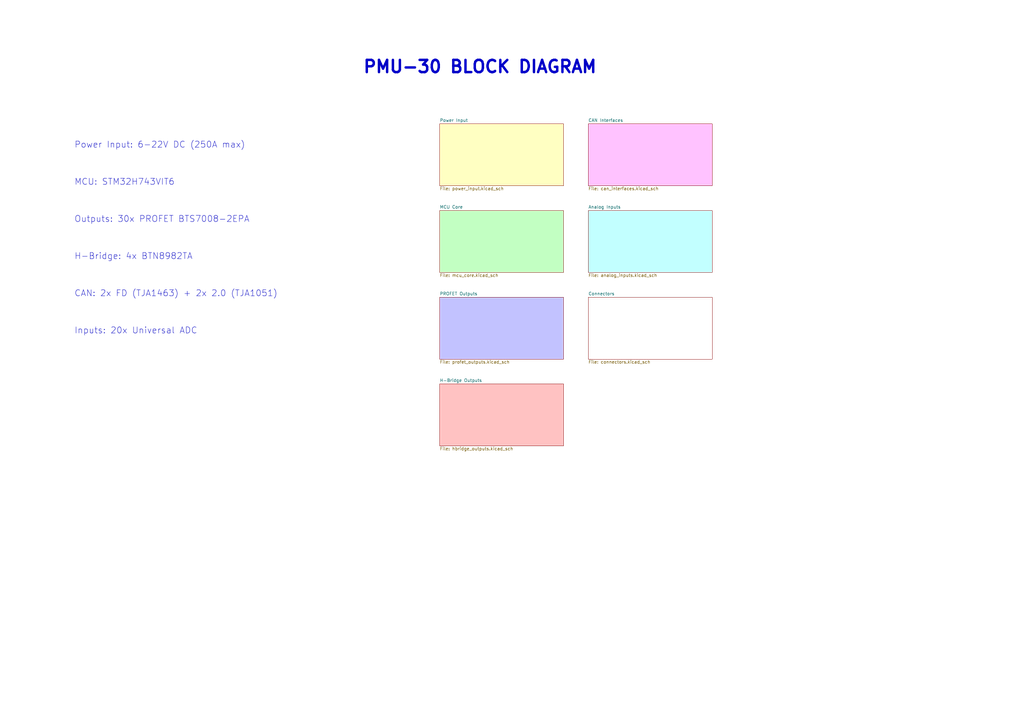
<source format=kicad_sch>
(kicad_sch
  (version 20231120)
  (generator "eeschema")
  (generator_version "8.0")
  (uuid "a1b2c3d4-e5f6-7890-abcd-ef1234567890")
  (paper "A3")
  (title_block
    (title "PMU-30 Power Management Unit")
    (date "2024-12-22")
    (rev "A")
    (company "R2 m-sport")
    (comment 1 "Main Block Diagram")
    (comment 2 "STM32H743 + 30 PROFET + 4 H-Bridge")
  )

  (lib_symbols)

  (text "PMU-30 BLOCK DIAGRAM"
    (exclude_from_sim no)
    (at 148.59 30.48 0)
    (effects
      (font
        (size 5 5)
        (thickness 1)
        (bold yes)
      )
      (justify left bottom)
    )
    (uuid "title-text-001")
  )

  (text "Power Input: 6-22V DC (250A max)"
    (exclude_from_sim no)
    (at 30.48 60.96 0)
    (effects
      (font
        (size 2.54 2.54)
      )
      (justify left bottom)
    )
    (uuid "text-power-input")
  )

  (text "MCU: STM32H743VIT6"
    (exclude_from_sim no)
    (at 30.48 76.2 0)
    (effects
      (font
        (size 2.54 2.54)
      )
      (justify left bottom)
    )
    (uuid "text-mcu")
  )

  (text "Outputs: 30x PROFET BTS7008-2EPA"
    (exclude_from_sim no)
    (at 30.48 91.44 0)
    (effects
      (font
        (size 2.54 2.54)
      )
      (justify left bottom)
    )
    (uuid "text-profet")
  )

  (text "H-Bridge: 4x BTN8982TA"
    (exclude_from_sim no)
    (at 30.48 106.68 0)
    (effects
      (font
        (size 2.54 2.54)
      )
      (justify left bottom)
    )
    (uuid "text-hbridge")
  )

  (text "CAN: 2x FD (TJA1463) + 2x 2.0 (TJA1051)"
    (exclude_from_sim no)
    (at 30.48 121.92 0)
    (effects
      (font
        (size 2.54 2.54)
      )
      (justify left bottom)
    )
    (uuid "text-can")
  )

  (text "Inputs: 20x Universal ADC"
    (exclude_from_sim no)
    (at 30.48 137.16 0)
    (effects
      (font
        (size 2.54 2.54)
      )
      (justify left bottom)
    )
    (uuid "text-inputs")
  )

  (sheet
    (at 180.34 50.8)
    (size 50.8 25.4)
    (fields_autoplaced yes)
    (stroke
      (width 0.1524)
      (type solid)
    )
    (fill
      (color 255 255 194 1.0)
    )
    (uuid "sheet-power-input")
    (property "Sheetname" "Power Input"
      (at 180.34 50.0856 0)
      (effects
        (font
          (size 1.27 1.27)
        )
        (justify left bottom)
      )
    )
    (property "Sheetfile" "power_input.kicad_sch"
      (at 180.34 76.6146 0)
      (effects
        (font
          (size 1.27 1.27)
        )
        (justify left top)
      )
    )
    (instances
      (project "PMU30"
        (path "/a1b2c3d4-e5f6-7890-abcd-ef1234567890"
          (page "2")
        )
      )
    )
  )

  (sheet
    (at 180.34 86.36)
    (size 50.8 25.4)
    (fields_autoplaced yes)
    (stroke
      (width 0.1524)
      (type solid)
    )
    (fill
      (color 194 255 194 1.0)
    )
    (uuid "sheet-mcu-core")
    (property "Sheetname" "MCU Core"
      (at 180.34 85.6456 0)
      (effects
        (font
          (size 1.27 1.27)
        )
        (justify left bottom)
      )
    )
    (property "Sheetfile" "mcu_core.kicad_sch"
      (at 180.34 112.1746 0)
      (effects
        (font
          (size 1.27 1.27)
        )
        (justify left top)
      )
    )
    (instances
      (project "PMU30"
        (path "/a1b2c3d4-e5f6-7890-abcd-ef1234567890"
          (page "3")
        )
      )
    )
  )

  (sheet
    (at 180.34 121.92)
    (size 50.8 25.4)
    (fields_autoplaced yes)
    (stroke
      (width 0.1524)
      (type solid)
    )
    (fill
      (color 194 194 255 1.0)
    )
    (uuid "sheet-profet-outputs")
    (property "Sheetname" "PROFET Outputs"
      (at 180.34 121.2056 0)
      (effects
        (font
          (size 1.27 1.27)
        )
        (justify left bottom)
      )
    )
    (property "Sheetfile" "profet_outputs.kicad_sch"
      (at 180.34 147.7346 0)
      (effects
        (font
          (size 1.27 1.27)
        )
        (justify left top)
      )
    )
    (instances
      (project "PMU30"
        (path "/a1b2c3d4-e5f6-7890-abcd-ef1234567890"
          (page "4")
        )
      )
    )
  )

  (sheet
    (at 180.34 157.48)
    (size 50.8 25.4)
    (fields_autoplaced yes)
    (stroke
      (width 0.1524)
      (type solid)
    )
    (fill
      (color 255 194 194 1.0)
    )
    (uuid "sheet-hbridge-outputs")
    (property "Sheetname" "H-Bridge Outputs"
      (at 180.34 156.7656 0)
      (effects
        (font
          (size 1.27 1.27)
        )
        (justify left bottom)
      )
    )
    (property "Sheetfile" "hbridge_outputs.kicad_sch"
      (at 180.34 183.2946 0)
      (effects
        (font
          (size 1.27 1.27)
        )
        (justify left top)
      )
    )
    (instances
      (project "PMU30"
        (path "/a1b2c3d4-e5f6-7890-abcd-ef1234567890"
          (page "5")
        )
      )
    )
  )

  (sheet
    (at 241.3 50.8)
    (size 50.8 25.4)
    (fields_autoplaced yes)
    (stroke
      (width 0.1524)
      (type solid)
    )
    (fill
      (color 255 194 255 1.0)
    )
    (uuid "sheet-can-interfaces")
    (property "Sheetname" "CAN Interfaces"
      (at 241.3 50.0856 0)
      (effects
        (font
          (size 1.27 1.27)
        )
        (justify left bottom)
      )
    )
    (property "Sheetfile" "can_interfaces.kicad_sch"
      (at 241.3 76.6146 0)
      (effects
        (font
          (size 1.27 1.27)
        )
        (justify left top)
      )
    )
    (instances
      (project "PMU30"
        (path "/a1b2c3d4-e5f6-7890-abcd-ef1234567890"
          (page "6")
        )
      )
    )
  )

  (sheet
    (at 241.3 86.36)
    (size 50.8 25.4)
    (fields_autoplaced yes)
    (stroke
      (width 0.1524)
      (type solid)
    )
    (fill
      (color 194 255 255 1.0)
    )
    (uuid "sheet-analog-inputs")
    (property "Sheetname" "Analog Inputs"
      (at 241.3 85.6456 0)
      (effects
        (font
          (size 1.27 1.27)
        )
        (justify left bottom)
      )
    )
    (property "Sheetfile" "analog_inputs.kicad_sch"
      (at 241.3 112.1746 0)
      (effects
        (font
          (size 1.27 1.27)
        )
        (justify left top)
      )
    )
    (instances
      (project "PMU30"
        (path "/a1b2c3d4-e5f6-7890-abcd-ef1234567890"
          (page "7")
        )
      )
    )
  )

  (sheet
    (at 241.3 121.92)
    (size 50.8 25.4)
    (fields_autoplaced yes)
    (stroke
      (width 0.1524)
      (type solid)
    )
    (fill
      (color 255 255 255 1.0)
    )
    (uuid "sheet-connectors")
    (property "Sheetname" "Connectors"
      (at 241.3 121.2056 0)
      (effects
        (font
          (size 1.27 1.27)
        )
        (justify left bottom)
      )
    )
    (property "Sheetfile" "connectors.kicad_sch"
      (at 241.3 147.7346 0)
      (effects
        (font
          (size 1.27 1.27)
        )
        (justify left top)
      )
    )
    (instances
      (project "PMU30"
        (path "/a1b2c3d4-e5f6-7890-abcd-ef1234567890"
          (page "8")
        )
      )
    )
  )
)

</source>
